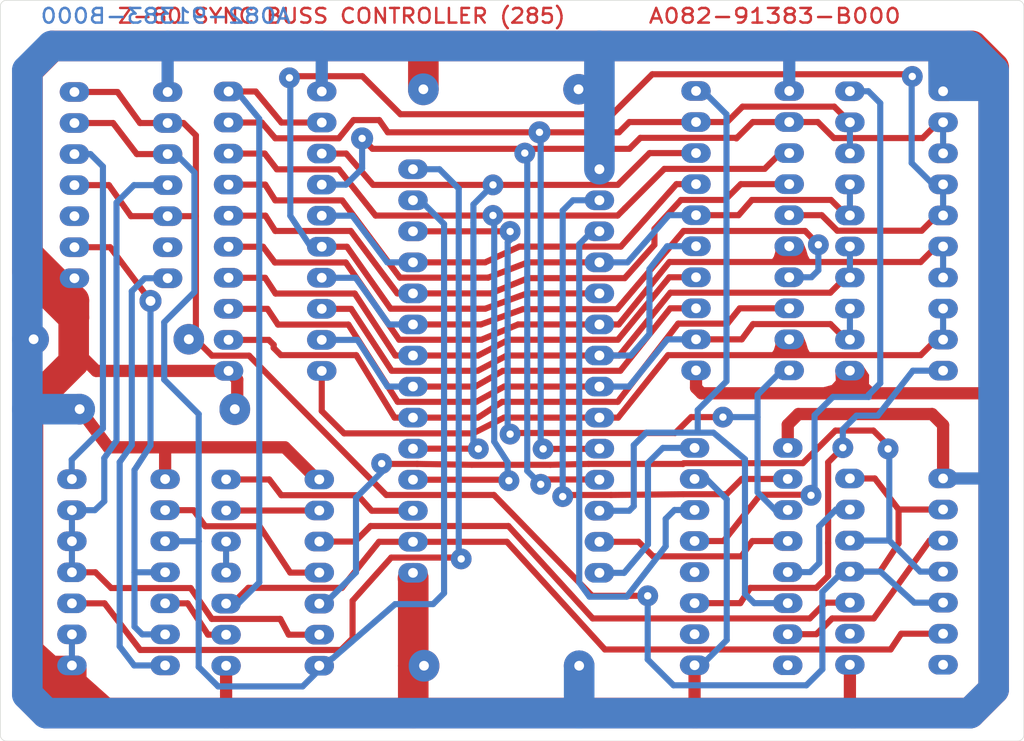
<source format=kicad_pcb>
(kicad_pcb (version 20240108) (generator "pcbnew") (generator_version "8.0")
  (title_block (title "Z-80 SYNC BUSS CONTROLLER COMPONENT LAYOUT") (company "MIDWAY MFG. CO.") (comment 1 "PART NO. A082-91383-8000"))
  (layers (0 "F.Cu" signal) (31 "B.Cu" signal) (34 "B.Paste" user) (35 "F.Paste" user) (36 "B.SilkS" user "B.Silkscreen") (37 "F.SilkS" user "F.Silkscreen") (38 "B.Mask" user) (39 "F.Mask" user) (44 "Edge.Cuts" user))
  (net 0 "")
  (net 1 "/~{RD}")
  (net 2 "/BD5")
  (net 3 "/D3")
  (net 4 "/6M*")
  (net 5 "/BD3")
  (net 6 "/R{slash}~{W}")
  (net 7 "/D2")
  (net 8 "/~{M1}")
  (net 9 "/D6")
  (net 10 "/~{IORQ}")
  (net 11 "/1H")
  (net 12 "/~{WREQ}")
  (net 13 "GND")
  (net 14 "/D5")
  (net 15 "/BD7")
  (net 16 "/2H")
  (net 17 "/~{CS}")
  (net 18 "/BD0")
  (net 19 "/BD4")
  (net 20 "/BD6")
  (net 21 "VCC")
  (net 22 "/CK")
  (net 23 "/BD1")
  (net 24 "/BD2")
  (net 25 "/D0")
  (net 26 "/D1")
  (net 27 "/D7")
  (net 28 "/D4")
  (net 29 "+5P")
  (net 31 "Net-(U0B-O2)")
  (net 32 "Net-(U0A-O2)")
  (net 33 "Net-(U0B-O0)")
  (net 35 "Net-(U0A-O0)")
  (net 37 "Net-(U1-Pad13)")
  (net 38 "/~{WP}")
  (net 39 "Net-(U2A-Q)")
  (net 40 "Net-(U1-Pad3)")
  (net 41 "Net-(U2A-C)")
  (net 42 "/~{RP}")
  (net 43 "Net-(U4B-C)")
  (net 46 "Net-(U4A-~{Q})")
  (net 47 "Net-(U4A-C)")
  (net 48 "Net-(U4B-~{Q})")
  (footprint "PACLIB:C_Axial_L3.8mm_D2.5mm_P12.685mm_Horizontal" (layer "F.Cu") (at 107.06 83.13 180)
    (property "Reference" "C7" (hide yes))
    (property "Value" "0.1uF")
  )
  (footprint "Package_DIP:DIP-28_W15.24mm_LongPads" (layer "F.Cu") (at 93.475 42.51)
    (property "Reference" "J1" (hide yes))
    (property "Value" "Conn_02x12_Counter_Clockwise")
  )
  (footprint "Package_DIP:DIP-14_W7.62mm_LongPads" (layer "F.Cu") (at 65.59 67.865)
    (property "Reference" "U3" (hide yes))
    (property "Value" "LS02")
  )
  (footprint "PACLIB:C_Axial_L3.8mm_D2.5mm_P12.685mm_Horizontal" (layer "F.Cu") (at 66.2225 62.14)
    (property "Reference" "C8" (hide yes))
    (property "Value" "0.1uF")
  )
  (footprint "Package_DIP:DIP-20_W7.62mm_LongPads" (layer "F.Cu") (at 78.395 36.15)
    (property "Reference" "U5" (hide yes))
    (property "Value" "LS244")
  )
  (footprint "Package_DIP:DIP-14_W7.62mm_LongPads" (layer "F.Cu") (at 65.795 36.19)
    (property "Reference" "U4" (hide yes))
    (property "Value" "LS74")
  )
  (footprint "MountingHole:MountingHole_3mm" (layer "F.Cu") (at 113.815 61.59)
    (property "Reference" "H2" (hide yes))
    (property "Value" "MountingHole")
  )
  (footprint "Package_DIP:DIP-20_W7.62mm_LongPads" (layer "F.Cu") (at 129.195 36.13)
    (property "Reference" "U7" (hide yes))
    (property "Value" "LS374")
  )
  (footprint "Package_DIP:DIP-14_W7.62mm_LongPads" (layer "F.Cu") (at 129.195 67.81)
    (property "Reference" "U2" (hide yes))
    (property "Value" "LS74")
  )
  (footprint "Package_DIP:DIP-20_W7.62mm_LongPads" (layer "F.Cu") (at 116.615 36.11)
    (property "Reference" "U6" (hide yes))
    (property "Value" "LS374")
  )
  (footprint "Package_DIP:DIP-16_W7.62mm_LongPads" (layer "F.Cu") (at 116.495 65.31)
    (property "Reference" "U0" (hide yes))
    (property "Value" "LS139")
  )
  (footprint "PACLIB:R_Axial_DIN0207_L6.3mm_D2.5mm_P12.685mm_Horizontal" (layer "F.Cu") (at 62.46 56.42)
    (property "Reference" "R1" (hide yes))
    (property "Value" "1K")
  )
  (footprint "PACLIB:C_Axial_L3.8mm_D2.5mm_P12.685mm_Horizontal" (layer "F.Cu") (at 107.0075 35.97 180)
    (property "Reference" "C6" (hide yes))
    (property "Value" "0.1uF")
  )
  (footprint "Package_DIP:DIP-14_W7.62mm_LongPads" (layer "F.Cu") (at 78.195 67.89)
    (property "Reference" "U1" (hide yes))
    (property "Value" "LS02")
  )
  (footprint "MountingHole:MountingHole_3mm" (layer "F.Cu") (at 88.415 61.59)
    (property "Reference" "H1" (hide yes))
    (property "Value" "MountingHole")
  )
  (gr_poly (pts (xy 122.895 57.58) (xy 123.065 57.33) (xy 123.195 56.92) (xy 123.195 56.75) (xy 123.145 56.54) (xy 125.305 56.22) (xy 125.425 56.51) (xy 125.525 56.76) (xy 125.665 57.24) (xy 125.825 57.53)) (stroke (width 0.2)) (fill solid) (layer "F.Cu") (net 27))
  (gr_poly (pts (xy 127.065 60.44) (xy 127.765 60.25) (xy 128.145 59.83) (xy 128.105 59.09) (xy 130.165 58.59) (xy 130.665 59.36) (xy 130.655 60.12) (xy 131.045 60.47)) (stroke (width 0.2)) (fill solid) (layer "F.Cu") (net 13))
  (gr_poly (pts (xy 122.895 49.95) (xy 123.065 49.7) (xy 123.195 49.29) (xy 123.195 49.12) (xy 123.145 48.91) (xy 125.305 48.59) (xy 125.425 48.88) (xy 125.525 49.13) (xy 125.665 49.61) (xy 125.825 49.9)) (stroke (width 0.2)) (fill solid) (layer "F.Cu") (net 14))
  (gr_poly (pts (xy 68.735 85.91) (xy 66.685 84.08) (xy 66.685 83.11) (xy 65.865 82.41) (xy 64.205 82.41) (xy 63.025 81.34) (xy 63.025 85.82)) (stroke (width 0.2)) (fill solid) (layer "F.Cu") (net 13))
  (gr_poly (pts (xy 137.265 36.83) (xy 140.215 36.83) (xy 139.775 33.26) (xy 135.695 33.3) (xy 135.715 36.11)) (stroke (width 0.2)) (fill solid) (layer "B.Cu") (net 21))
  (gr_arc (start 143.415 88.79) (mid 143.268553 89.143553) (end 142.915 89.29) (stroke (width 0.05)) (layer "Edge.Cuts"))
  (gr_arc (start 60.235 89.29) (mid 59.881447 89.143553) (end 59.735 88.79) (stroke (width 0.05)) (layer "Edge.Cuts"))
  (gr_line (start 59.735 88.79) (end 59.735 29.19) (stroke (width 0.05)) (layer "Edge.Cuts"))
  (gr_arc (start 59.735 29.19) (mid 59.881447 28.836447) (end 60.235 28.69) (stroke (width 0.05)) (layer "Edge.Cuts"))
  (gr_line (start 60.235 28.69) (end 142.915 28.69) (stroke (width 0.05)) (layer "Edge.Cuts"))
  (gr_arc (start 142.915 28.69) (mid 143.268553 28.836447) (end 143.415 29.19) (stroke (width 0.05)) (layer "Edge.Cuts"))
  (gr_line (start 142.915 89.29) (end 60.235 89.29) (stroke (width 0.05)) (layer "Edge.Cuts"))
  (gr_line (start 143.415 29.19) (end 143.415 88.79) (stroke (width 0.05)) (layer "Edge.Cuts"))
  (gr_text "A082-91383-B000" (at 123.055 29.97 0) (layer "F.Cu") (effects (font (size 1.2 1.39) (thickness 0.2) (bold yes))))
  (gr_text "Z-80 SYNC BUSS CONTROLLER (285)" (at 87.635 29.97 0) (layer "F.Cu") (effects (font (size 1.2 1.28) (thickness 0.2) (bold yes))))
  (gr_text "A082-91383-B000" (at 73.255 29.97 0) (layer "B.Cu") (effects (font (size 1.2 1.38) (thickness 0.2) (bold yes)) (justify mirror)))
  (segment (start 121.215 72.93) (end 124.115 72.93) (width 0.5) (layer "F.Cu") (net 1))
  (segment (start 121.215 72.93) (end 120.325 74.18) (width 0.5) (layer "F.Cu") (net 1))
  (segment (start 111.915 72.99) (end 113.105 74.18) (width 0.5) (layer "F.Cu") (net 1))
  (segment (start 113.105 74.18) (end 120.325 74.18) (width 0.5) (layer "F.Cu") (net 1))
  (segment (start 108.715 72.99) (end 111.915 72.99) (width 0.5) (layer "F.Cu") (net 1))
  (segment (start 115.595 47.56) (end 125.535 47.56) (width 0.5) (layer "F.Cu") (net 2))
  (segment (start 110.155 53.96) (end 115.595 47.56) (width 0.5) (layer "F.Cu") (net 2))
  (segment (start 93.475 55.21) (end 99.025 55.21) (width 0.5) (layer "F.Cu") (net 2))
  (segment (start 102.455 53.96) (end 110.155 53.96) (width 0.5) (layer "F.Cu") (net 2))
  (segment (start 125.535 47.56) (end 126.615 48.69) (width 0.5) (layer "F.Cu") (net 2))
  (segment (start 99.025 55.21) (end 102.455 53.96) (width 0.5) (layer "F.Cu") (net 2))
  (via (at 126.615 48.69) (size 1.7) (drill 0.6) (layers "F.Cu" "B.Cu") (net 2))
  (segment (start 126.045 51.35) (end 124.235 51.35) (width 0.5) (layer "B.Cu") (net 2))
  (segment (start 86.015 51.39) (end 88.785 51.39) (width 0.5) (layer "B.Cu") (net 2))
  (segment (start 91.505 55.21) (end 93.475 55.21) (width 0.5) (layer "B.Cu") (net 2))
  (segment (start 88.785 51.39) (end 91.505 55.21) (width 0.5) (layer "B.Cu") (net 2))
  (segment (start 126.615 48.69) (end 126.615 50.78) (width 0.5) (layer "B.Cu") (net 2))
  (segment (start 126.615 50.78) (end 126.045 51.35) (width 0.5) (layer "B.Cu") (net 2))
  (segment (start 88.075 48.85) (end 91.645 53.92) (width 0.5) (layer "F.Cu") (net 3))
  (segment (start 135.065 47.54) (end 136.315 46.29) (width 0.5) (layer "F.Cu") (net 3))
  (segment (start 113.035 34.74) (end 134.115 34.74) (width 0.5) (layer "F.Cu") (net 3))
  (segment (start 109.765 38.01) (end 113.035 34.74) (width 0.5) (layer "F.Cu") (net 3))
  (segment (start 128.165 47.54) (end 135.065 47.54) (width 0.5) (layer "F.Cu") (net 3))
  (segment (start 86.015 48.85) (end 88.075 48.85) (width 0.5) (layer "F.Cu") (net 3))
  (segment (start 124.235 46.27) (end 126.895 46.27) (width 0.5) (layer "F.Cu") (net 3))
  (segment (start 102.795 52.67) (end 108.715 52.67) (width 0.5) (layer "F.Cu") (net 3))
  (segment (start 126.895 46.27) (end 128.165 47.54) (width 0.5) (layer "F.Cu") (net 3))
  (segment (start 134.115 34.74) (end 134.295 34.92) (width 0.5) (layer "F.Cu") (net 3))
  (segment (start 99.385 53.92) (end 102.795 52.67) (width 0.5) (layer "F.Cu") (net 3))
  (segment (start 136.315 46.29) (end 136.815 46.29) (width 0.5) (layer "F.Cu") (net 3))
  (segment (start 83.375 35.03) (end 83.505 34.9) (width 0.5) (layer "F.Cu") (net 3))
  (segment (start 92.445 38.01) (end 109.765 38.01) (width 0.5) (layer "F.Cu") (net 3))
  (segment (start 91.645 53.92) (end 99.385 53.92) (width 0.5) (layer "F.Cu") (net 3))
  (segment (start 89.335 34.9) (end 92.445 38.01) (width 0.5) (layer "F.Cu") (net 3))
  (segment (start 83.505 34.9) (end 89.335 34.9) (width 0.5) (layer "F.Cu") (net 3))
  (via (at 134.295 34.92) (size 1.7) (drill 0.6) (layers "F.Cu" "B.Cu") (net 3))
  (via (at 83.375 35.03) (size 1.7) (drill 0.6) (layers "F.Cu" "B.Cu") (net 3))
  (segment (start 136.815 43.75) (end 136.815 46.29) (width 0.5) (layer "B.Cu") (net 3))
  (segment (start 85.115 48.85) (end 83.445 46.32) (width 0.5) (layer "B.Cu") (net 3))
  (segment (start 83.445 46.32) (end 83.445 35.1) (width 0.5) (layer "B.Cu") (net 3))
  (segment (start 134.245 34.97) (end 134.295 34.92) (width 0.5) (layer "B.Cu") (net 3))
  (segment (start 136.815 43.75) (end 135.995 43.75) (width 0.5) (layer "B.Cu") (net 3))
  (segment (start 135.995 43.75) (end 134.245 42) (width 0.5) (layer "B.Cu") (net 3))
  (segment (start 134.245 42) (end 134.245 34.97) (width 0.5) (layer "B.Cu") (net 3))
  (segment (start 83.445 35.1) (end 83.375 35.03) (width 0.5) (layer "B.Cu") (net 3))
  (segment (start 86.015 48.85) (end 85.115 48.85) (width 0.5) (layer "B.Cu") (net 3))
  (segment (start 65.59 78.025) (end 68.26 78.025) (width 0.5) (layer "F.Cu") (net 4))
  (segment (start 91.695 74.28) (end 97.305 74.28) (width 0.5) (layer "F.Cu") (net 4))
  (segment (start 88.535 80.89) (end 88.535 77.81) (width 0.5) (layer "F.Cu") (net 4))
  (segment (start 97.305 74.28) (end 97.415 74.39) (width 0.5) (layer "F.Cu") (net 4))
  (segment (start 88.535 77.81) (end 91.695 74.28) (width 0.5) (layer "F.Cu") (net 4))
  (segment (start 68.26 78.025) (end 71.175 81.84) (width 0.5) (layer "F.Cu") (net 4))
  (segment (start 71.175 81.84) (end 87.585 81.84) (width 0.5) (layer "F.Cu") (net 4))
  (segment (start 87.585 81.84) (end 88.535 80.89) (width 0.5) (layer "F.Cu") (net 4))
  (via (at 97.415 74.39) (size 1.7) (drill 0.6) (layers "F.Cu" "B.Cu") (net 4))
  (segment (start 97.215 74.19) (end 97.415 74.39) (width 0.5) (layer "B.Cu") (net 4))
  (segment (start 93.475 42.51) (end 95.635 42.51) (width 0.5) (layer "B.Cu") (net 4))
  (segment (start 97.215 44.09) (end 97.215 74.19) (width 0.5) (layer "B.Cu") (net 4))
  (segment (start 95.635 42.51) (end 97.215 44.09) (width 0.5) (layer "B.Cu") (net 4))
  (segment (start 115.385 45.02) (end 113.215 47.39) (width 0.5) (layer "F.Cu") (net 5))
  (segment (start 113.215 48.69) (end 110.785 51.42) (width 0.5) (layer "F.Cu") (net 5))
  (segment (start 113.215 47.39) (end 113.215 48.69) (width 0.5) (layer "F.Cu") (net 5))
  (segment (start 99.835 52.67) (end 93.475 52.67) (width 0.5) (layer "F.Cu") (net 5))
  (segment (start 120.275 43.73) (end 118.985 45.02) (width 0.5) (layer "F.Cu") (net 5))
  (segment (start 88.385 47.56) (end 82.215 47.56) (width 0.5) (layer "F.Cu") (net 5))
  (segment (start 93.475 52.67) (end 92.195 52.67) (width 0.5) (layer "F.Cu") (net 5))
  (segment (start 82.215 47.56) (end 81.415 46.31) (width 0.5) (layer "F.Cu") (net 5))
  (segment (start 110.785 51.42) (end 102.885 51.42) (width 0.5) (layer "F.Cu") (net 5))
  (segment (start 102.885 51.42) (end 99.835 52.67) (width 0.5) (layer "F.Cu") (net 5))
  (segment (start 92.195 52.67) (end 88.385 47.56) (width 0.5) (layer "F.Cu") (net 5))
  (segment (start 81.415 46.31) (end 78.395 46.31) (width 0.5) (layer "F.Cu") (net 5))
  (segment (start 124.235 43.73) (end 120.275 43.73) (width 0.5) (layer "F.Cu") (net 5))
  (segment (start 118.985 45.02) (end 115.385 45.02) (width 0.5) (layer "F.Cu") (net 5))
  (segment (start 78.195 78.05) (end 78.715 78.05) (width 0.5) (layer "F.Cu") (net 6))
  (segment (start 132.525 81.8) (end 133.385 80.51) (width 0.5) (layer "F.Cu") (net 6))
  (segment (start 101.155 72.99) (end 109.165 81.8) (width 0.5) (layer "F.Cu") (net 6))
  (segment (start 78.715 78.05) (end 80.005 76.76) (width 0.5) (layer "F.Cu") (net 6))
  (segment (start 80.615 36.15) (end 82.715 38.69) (width 0.5) (layer "F.Cu") (net 6))
  (segment (start 80.005 76.76) (end 87.665 76.76) (width 0.5) (layer "F.Cu") (net 6))
  (segment (start 93.475 72.99) (end 101.155 72.99) (width 0.5) (layer "F.Cu") (net 6))
  (segment (start 109.165 81.8) (end 132.525 81.8) (width 0.5) (layer "F.Cu") (net 6))
  (segment (start 90.695 72.99) (end 93.475 72.99) (width 0.5) (layer "F.Cu") (net 6))
  (segment (start 82.715 38.69) (end 86.015 38.69) (width 0.5) (layer "F.Cu") (net 6))
  (segment (start 78.395 36.15) (end 80.615 36.15) (width 0.5) (layer "F.Cu") (net 6))
  (segment (start 87.665 76.76) (end 90.695 72.99) (width 0.5) (layer "F.Cu") (net 6))
  (segment (start 133.385 80.51) (end 136.815 80.51) (width 0.5) (layer "F.Cu") (net 6))
  (segment (start 78.395 36.15) (end 79.085 36.15) (width 0.5) (layer "B.Cu") (net 6))
  (segment (start 79.085 36.15) (end 80.905 38.39) (width 0.5) (layer "B.Cu") (net 6))
  (segment (start 80.905 76.32) (end 79.175 78.05) (width 0.5) (layer "B.Cu") (net 6))
  (segment (start 79.175 78.05) (end 78.195 78.05) (width 0.5) (layer "B.Cu") (net 6))
  (segment (start 80.905 38.39) (end 80.905 76.32) (width 0.5) (layer "B.Cu") (net 6))
  (segment (start 81.575 53.93) (end 82.435 55.22) (width 0.5) (layer "F.Cu") (net 7))
  (segment (start 78.395 53.93) (end 81.575 53.93) (width 0.5) (layer "F.Cu") (net 7))
  (segment (start 127.605 55.18) (end 128.875 56.45) (width 0.5) (layer "F.Cu") (net 7))
  (segment (start 120.355 56.43) (end 121.275 55.18) (width 0.5) (layer "F.Cu") (net 7))
  (segment (start 100.925 60.29) (end 108.715 60.29) (width 0.5) (layer "F.Cu") (net 7))
  (segment (start 121.275 55.18) (end 127.605 55.18) (width 0.5) (layer "F.Cu") (net 7))
  (segment (start 92.225 61.54) (end 98.655 61.54) (width 0.5) (layer "F.Cu") (net 7))
  (segment (start 82.435 55.22) (end 88.195 55.22) (width 0.5) (layer "F.Cu") (net 7))
  (segment (start 128.875 56.45) (end 129.195 56.45) (width 0.5) (layer "F.Cu") (net 7))
  (segment (start 88.195 55.22) (end 92.225 61.54) (width 0.5) (layer "F.Cu") (net 7))
  (segment (start 116.615 56.43) (end 120.355 56.43) (width 0.5) (layer "F.Cu") (net 7))
  (segment (start 98.655 61.54) (end 100.925 60.29) (width 0.5) (layer "F.Cu") (net 7))
  (segment (start 111.135 60.29) (end 108.715 60.29) (width 0.5) (layer "B.Cu") (net 7))
  (segment (start 114.275 56.43) (end 111.135 60.29) (width 0.5) (layer "B.Cu") (net 7))
  (segment (start 129.195 53.91) (end 129.195 56.45) (width 0.5) (layer "B.Cu") (net 7))
  (segment (start 116.615 56.43) (end 114.275 56.43) (width 0.5) (layer "B.Cu") (net 7))
  (segment (start 107.065 76.33) (end 107.065 48.65) (width 0.5) (layer "B.Cu") (net 8))
  (segment (start 114.135 73.36) (end 110.955 77.48) (width 0.5) (layer "B.Cu") (net 8))
  (segment (start 107.905 77.48) (end 107.065 76.33) (width 0.5) (layer "B.Cu") (net 8))
  (segment (start 110.955 77.48) (end 107.905 77.48) (width 0.5) (layer "B.Cu") (net 8))
  (segment (start 114.135 71.11) (end 114.135 73.36) (width 0.5) (layer "B.Cu") (net 8))
  (segment (start 114.855 70.39) (end 114.135 71.11) (width 0.5) (layer "B.Cu") (net 8))
  (segment (start 107.065 48.65) (end 108.125 47.59) (width 0.5) (layer "B.Cu") (net 8))
  (segment (start 108.125 47.59) (end 108.715 47.59) (width 0.5) (layer "B.Cu") (net 8))
  (segment (start 116.495 70.39) (end 114.855 70.39) (width 0.5) (layer "B.Cu") (net 8))
  (segment (start 127.595 52.61) (end 114.515 52.61) (width 0.5) (layer "F.Cu") (net 9))
  (segment (start 114.515 52.61) (end 110.345 57.75) (width 0.5) (layer "F.Cu") (net 9))
  (segment (start 110.345 57.75) (end 108.715 57.75) (width 0.5) (layer "F.Cu") (net 9))
  (segment (start 129.195 51.37) (end 128.835 51.37) (width 0.5) (layer "F.Cu") (net 9))
  (segment (start 128.835 51.37) (end 127.595 52.61) (width 0.5) (layer "F.Cu") (net 9))
  (segment (start 91.735 59) (end 98.765 59) (width 0.5) (layer "F.Cu") (net 9))
  (segment (start 98.765 59) (end 101.145 57.75) (width 0.5) (layer "F.Cu") (net 9))
  (segment (start 86.015 53.93) (end 88.415 53.93) (width 0.5) (layer "F.Cu") (net 9))
  (segment (start 101.145 57.75) (end 108.715 57.75) (width 0.5) (layer "F.Cu") (net 9))
  (segment (start 88.415 53.93) (end 91.735 59) (width 0.5) (layer "F.Cu") (net 9))
  (segment (start 112.805 55.99) (end 111.275 57.75) (width 0.5) (layer "B.Cu") (net 9))
  (segment (start 129.195 48.83) (end 129.195 51.37) (width 0.5) (layer "B.Cu") (net 9))
  (segment (start 116.615 48.81) (end 114.255 48.81) (width 0.5) (layer "B.Cu") (net 9))
  (segment (start 114.255 48.81) (end 112.805 50.68) (width 0.5) (layer "B.Cu") (net 9))
  (segment (start 112.805 50.68) (end 112.805 55.99) (width 0.5) (layer "B.Cu") (net 9))
  (segment (start 111.275 57.75) (end 108.715 57.75) (width 0.5) (layer "B.Cu") (net 9))
  (segment (start 116.495 65.31) (end 113.905 65.31) (width 0.5) (layer "B.Cu") (net 10))
  (segment (start 112.685 73.21) (end 110.735 75.53) (width 0.5) (layer "B.Cu") (net 10))
  (segment (start 110.735 75.53) (end 108.715 75.53) (width 0.5) (layer "B.Cu") (net 10))
  (segment (start 112.685 66.53) (end 112.685 73.21) (width 0.5) (layer "B.Cu") (net 10))
  (segment (start 113.905 65.31) (end 112.685 66.53) (width 0.5) (layer "B.Cu") (net 10))
  (segment (start 70.895 41.27) (end 73.415 41.27) (width 0.5) (layer "F.Cu") (net 11))
  (segment (start 65.795 38.73) (end 68.955 38.73) (width 0.5) (layer "F.Cu") (net 11))
  (segment (start 68.955 38.73) (end 70.895 41.27) (width 0.5) (layer "F.Cu") (net 11))
  (segment (start 95.115 78.09) (end 92.015 78.09) (width 0.5) (layer "B.Cu") (net 11))
  (segment (start 93.475 45.05) (end 94.075 45.05) (width 0.5) (layer "B.Cu") (net 11))
  (segment (start 86.915 82.515) (end 85.815 83.13) (width 0.5) (layer "B.Cu") (net 11))
  (segment (start 77.545 84.82) (end 75.955 83.23) (width 0.5) (layer "B.Cu") (net 11))
  (segment (start 73.135 55.03) (end 75.605 52.56) (width 0.5) (layer "B.Cu") (net 11))
  (segment (start 85.815 83.46) (end 84.455 84.82) (width 0.5) (layer "B.Cu") (net 11))
  (segment (start 75.955 83.23) (end 75.955 72.95) (width 0.5) (layer "B.Cu") (net 11))
  (segment (start 96.015 46.99) (end 96.015 77.19) (width 0.5) (layer "B.Cu") (net 11))
  (segment (start 75.605 52.56) (end 75.605 42.78) (width 0.5) (layer "B.Cu") (net 11))
  (segment (start 73.135 59.72) (end 73.135 55.03) (width 0.5) (layer "B.Cu") (net 11))
  (segment (start 73.21 72.945) (end 75.95 72.945) (width 0.5) (layer "B.Cu") (net 11))
  (segment (start 96.015 77.19) (end 95.115 78.09) (width 0.5) (layer "B.Cu") (net 11))
  (segment (start 75.605 42.78) (end 74.095 41.27) (width 0.5) (layer "B.Cu") (net 11))
  (segment (start 85.815 83.13) (end 85.815 83.46) (width 0.5) (layer "B.Cu") (net 11))
  (segment (start 75.955 62.54) (end 73.135 59.72) (width 0.5) (layer "B.Cu") (net 11))
  (segment (start 92.015 78.09) (end 86.915 82.515) (width 0.5) (layer "B.Cu") (net 11))
  (segment (start 84.455 84.82) (end 77.545 84.82) (width 0.5) (layer "B.Cu") (net 11))
  (segment (start 74.095 41.27) (end 73.415 41.27) (width 0.5) (layer "B.Cu") (net 11))
  (segment (start 75.95 72.945) (end 75.955 72.95) (width 0.5) (layer "B.Cu") (net 11))
  (segment (start 75.955 72.95) (end 75.955 62.54) (width 0.5) (layer "B.Cu") (net 11))
  (segment (start 94.075 45.05) (end 96.015 46.99) (width 0.5) (layer "B.Cu") (net 11))
  (segment (start 124.115 78.01) (end 121.375 78.01) (width 0.5) (layer "B.Cu") (net 12))
  (segment (start 118.035 64.06) (end 116.755 64.06) (width 0.5) (layer "B.Cu") (net 12))
  (segment (start 117.195 36.11) (end 119.105 38.02) (width 0.5) (layer "B.Cu") (net 12))
  (segment (start 120.615 66.23) (end 118.035 64.06) (width 0.5) (layer "B.Cu") (net 12))
  (segment (start 120.615 77.25) (end 120.615 66.23) (width 0.5) (layer "B.Cu") (net 12))
  (segment (start 111.155 70.45) (end 108.715 70.45) (width 0.5) (layer "B.Cu") (net 12))
  (segment (start 119.105 38.02) (end 119.105 59.86) (width 0.5) (layer "B.Cu") (net 12))
  (segment (start 116.615 36.11) (end 117.195 36.11) (width 0.5) (layer "B.Cu") (net 12))
  (segment (start 111.525 65.08) (end 111.525 70.08) (width 0.5) (layer "B.Cu") (net 12))
  (segment (start 111.525 70.08) (end 111.155 70.45) (width 0.5) (layer "B.Cu") (net 12))
  (segment (start 116.755 62.21) (end 116.755 64.06) (width 0.5) (layer "B.Cu") (net 12))
  (segment (start 119.105 59.86) (end 116.755 62.21) (width 0.5) (layer "B.Cu") (net 12))
  (segment (start 112.545 64.06) (end 111.525 65.08) (width 0.5) (layer "B.Cu") (net 12))
  (segment (start 121.375 78.01) (end 120.615 77.25) (width 0.5) (layer "B.Cu") (net 12))
  (segment (start 116.755 64.06) (end 112.545 64.06) (width 0.5) (layer "B.Cu") (net 12))
  (segment (start 61.995 85.51) (end 63.485 87) (width 2.5) (layer "F.Cu") (net 13))
  (segment (start 140.945 60.88) (end 140.945 34.18) (width 2.5) (layer "F.Cu") (net 13))
  (segment (start 65.735 54.66) (end 65.735 58.29) (width 2.5) (layer "F.Cu") (net 13))
  (segment (start 139.025 87) (end 140.945 85.08) (width 2.5) (layer "F.Cu") (net 13))
  (segment (start 78.395 59.01) (end 67.575 59.01) (width 1) (layer "F.Cu") (net 13))
  (segment (start 94.375 83.13) (end 93.505 83.13) (width 2.5) (layer "F.Cu") (net 13))
  (segment (start 78.195 87) (end 93.495 87) (width 2.5) (layer "F.Cu") (net 13))
  (segment (start 117.065 60.84) (end 140.905 60.84) (width 1) (layer "F.Cu") (net 13))
  (segment (start 67.575 59.01) (end 65.735 57.17) (width 1) (layer "F.Cu") (net 13))
  (segment (start 61.955 50.88) (end 65.735 54.66) (width 2.5) (layer "F.Cu") (net 13))
  (segment (start 94.3225 35.97) (end 94.3225 32.527471) (width 2.5) (layer "F.Cu") (net 13))
  (segment (start 139.192101 32.427101) (end 63.967899 32.427101) (width 2.5) (layer "F.Cu") (net 13))
  (segment (start 140.945 85.08) (end 140.945 60.88) (width 2.5) (layer "F.Cu") (net 13))
  (segment (start 79.105 59.72) (end 79.105 61.9425) (width 1) (layer "F.Cu") (net 13))
  (segment (start 63.967899 32.427101) (end 61.955 34.44) (width 2.5) (layer "F.Cu") (net 13))
  (segment (start 129.195 86.74) (end 129.455 87) (width 1) (layer "F.Cu") (net 13))
  (segment (start 129.455 87) (end 139.025 87) (width 2.5) (layer "F.Cu") (net 13))
  (segment (start 79.105 61.9425) (end 78.9075 62.14) (width 1) (layer "F.Cu") (net 13))
  (segment (start 116.615 58.97) (end 116.615 60.39) (width 1) (layer "F.Cu") (net 13))
  (segment (start 65.75 54.645) (end 65.735 54.66) (width 2.5) (layer "F.Cu") (net 13))
  (segment (start 116.535 87) (end 129.455 87) (width 2.5) (layer "F.Cu") (net 13))
  (segment (start 140.905 60.84) (end 140.945 60.88) (width 1) (layer "F.Cu") (net 13))
  (segment (start 116.495 83.09) (end 116.495 86.96) (width 1) (layer "F.Cu") (net 13))
  (segment (start 116.615 60.39) (end 117.065 60.84) (width 1) (layer "F.Cu") (net 13))
  (segment (start 78.195 83.13) (end 78.195 87) (width 1) (layer "F.Cu") (net 13))
  (segment (start 129.195 83.05) (end 129.195 86.74) (width 1) (layer "F.Cu") (net 13))
  (segment (start 61.995 62.03) (end 61.995 85.51) (width 2.5) (layer "F.Cu") (net 13))
  (segment (start 93.495 87) (end 116.535 87) (width 2.5) (layer "F.Cu") (net 13))
  (segment (start 63.485 87) (end 78.195 87) (width 2.5) (layer "F.Cu") (net 13))
  (segment (start 140.945 34.18) (end 139.192101 32.427101) (width 2.5) (layer "F.Cu") (net 13))
  (segment (start 93.495 83.14) (end 93.495 75.98) (width 2.5) (layer "F.Cu") (net 13))
  (segment (start 116.495 86.96) (end 116.535 87) (width 1) (layer "F.Cu") (net 13))
  (segment (start 65.735 58.29) (end 61.995 62.03) (width 2.5) (layer "F.Cu") (net 13))
  (segment (start 93.495 87) (end 93.495 83.14) (width 2.5) (layer "F.Cu") (net 13))
  (segment (start 62.22 49.715) (end 65.75 53.245) (width 2.5) (layer "F.Cu") (net 13))
  (segment (start 78.395 59.01) (end 79.105 59.72) (width 1) (layer "F.Cu") (net 13))
  (segment (start 93.505 83.13) (end 93.495 83.14) (width 2.5) (layer "F.Cu") (net 13))
  (segment (start 93.495 75.98) (end 93.475 75.98) (width 2.5) (layer "F.Cu") (net 13))
  (segment (start 61.955 34.44) (end 61.955 50.88) (width 2.5) (layer "F.Cu") (net 13))
  (segment (start 65.75 53.245) (end 65.75 54.645) (width 2.5) (layer "F.Cu") (net 13))
  (segment (start 116.495 67.85) (end 117.465 67.85) (width 0.5) (layer "B.Cu") (net 13))
  (segment (start 65.59 80.565) (end 65.59 83.105) (width 0.5) (layer "B.Cu") (net 13))
  (segment (start 119.125 69.51) (end 119.125 81.03) (width 0.5) (layer "B.Cu") (net 13))
  (segment (start 119.125 81.03) (end 117.065 83.09) (width 0.5) (layer "B.Cu") (net 13))
  (segment (start 117.465 67.85) (end 119.125 69.51) (width 0.5) (layer "B.Cu") (net 13))
  (segment (start 117.065 83.09) (end 116.495 83.09) (width 0.5) (layer "B.Cu") (net 13))
  (segment (start 110.295 55.21) (end 114.435 50.1) (width 0.5) (layer "F.Cu") (net 14))
  (segment (start 82.185 50.14) (end 87.983035 50.14) (width 0.5) (layer "F.Cu") (net 14))
  (segment (start 108.715 55.21) (end 110.295 55.21) (width 0.5) (layer "F.Cu") (net 14))
  (segment (start 102.065 55.21) (end 108.715 55.21) (width 0.5) (layer "F.Cu") (net 14))
  (segment (start 99.065 56.46) (end 102.065 55.21) (width 0.5) (layer "F.Cu") (net 14))
  (segment (start 114.435 50.1) (end 134.985 50.1) (width 0.5) (layer "F.Cu") (net 14))
  (segment (start 78.395 48.85) (end 81.215 48.85) (width 0.5) (layer "F.Cu") (net 14))
  (segment (start 87.983035 50.14) (end 92.345 56.46) (width 0.5) (layer "F.Cu") (net 14))
  (segment (start 92.345 56.46) (end 99.065 56.46) (width 0.5) (layer "F.Cu") (net 14))
  (segment (start 134.985 50.1) (end 136.255 48.83) (width 0.5) (layer "F.Cu") (net 14))
  (segment (start 81.215 48.85) (end 82.185 50.14) (width 0.5) (layer "F.Cu") (net 14))
  (segment (start 136.255 48.83) (end 136.815 48.83) (width 0.5) (layer "F.Cu") (net 14))
  (segment (start 136.815 48.83) (end 136.815 51.37) (width 0.5) (layer "B.Cu") (net 14))
  (segment (start 93.475 62.83) (end 98.795 62.83) (width 0.5) (layer "F.Cu") (net 15))
  (segment (start 119.185 55.14) (end 120.185 53.89) (width 0.5) (layer "F.Cu") (net 15))
  (segment (start 82.675 57.72) (end 88.835 57.72) (width 0.5) (layer "F.Cu") (net 15))
  (segment (start 100.765 61.54) (end 110.215 61.54) (width 0.5) (layer "F.Cu") (net 15))
  (segment (start 81.685 56.47) (end 82.085 56.87) (width 0.5) (layer "F.Cu") (net 15))
  (segment (start 91.965 62.83) (end 93.475 62.83) (width 0.5) (layer "F.Cu") (net 15))
  (segment (start 110.215 61.54) (end 115.155 55.14) (width 0.5) (layer "F.Cu") (net 15))
  (segment (start 115.155 55.14) (end 119.185 55.14) (width 0.5) (layer "F.Cu") (net 15))
  (segment (start 98.795 62.83) (end 100.765 61.54) (width 0.5) (layer "F.Cu") (net 15))
  (segment (start 88.835 57.72) (end 91.965 62.83) (width 0.5) (layer "F.Cu") (net 15))
  (segment (start 82.085 57.13) (end 82.675 57.72) (width 0.5) (layer "F.Cu") (net 15))
  (segment (start 78.395 56.47) (end 81.685 56.47) (width 0.5) (layer "F.Cu") (net 15))
  (segment (start 120.185 53.89) (end 124.235 53.89) (width 0.5) (layer "F.Cu") (net 15))
  (segment (start 82.085 56.87) (end 82.085 57.13) (width 0.5) (layer "F.Cu") (net 15))
  (segment (start 101.505 64.09) (end 114.915 64.09) (width 0.5) (layer "F.Cu") (net 16))
  (segment (start 116.215 62.79) (end 118.815 62.79) (width 0.5) (layer "F.Cu") (net 16))
  (segment (start 114.915 64.09) (end 116.215 62.79) (width 0.5) (layer "F.Cu") (net 16))
  (segment (start 101.415 47.603014) (end 101.401986 47.59) (width 0.5) (layer "F.Cu") (net 16))
  (segment (start 101.401986 47.59) (end 93.475 47.59) (width 0.5) (layer "F.Cu") (net 16))
  (segment (start 101.415 64.18) (end 101.505 64.09) (width 0.5) (layer "F.Cu") (net 16))
  (via (at 118.815 62.79) (size 1.7) (drill 0.6) (layers "F.Cu" "B.Cu") (net 16))
  (via (at 101.415 64.18) (size 1.7) (drill 0.6) (layers "F.Cu" "B.Cu") (net 16))
  (via (at 101.415 47.603014) (size 1.7) (drill 0.6) (layers "F.Cu" "B.Cu") (net 16))
  (segment (start 121.645 62.79) (end 121.645 68.94) (width 0.5) (layer "B.Cu") (net 16))
  (segment (start 101.215 48.49) (end 101.215 63.98) (width 0.5) (layer "B.Cu") (net 16))
  (segment (start 101.215 63.98) (end 101.415 64.18) (width 0.5) (layer "B.Cu") (net 16))
  (segment (start 118.815 62.79) (end 121.645 62.79) (width 0.5) (layer "B.Cu") (net 16))
  (segment (start 123.635 58.97) (end 121.645 60.96) (width 0.5) (layer "B.Cu") (net 16))
  (segment (start 101.415 48.29) (end 101.215 48.49) (width 0.5) (layer "B.Cu") (net 16))
  (segment (start 121.645 68.94) (end 123.095 70.39) (width 0.5) (layer "B.Cu") (net 16))
  (segment (start 123.095 70.39) (end 124.115 70.39) (width 0.5) (layer "B.Cu") (net 16))
  (segment (start 121.645 60.96) (end 121.645 62.79) (width 0.5) (layer "B.Cu") (net 16))
  (segment (start 124.235 58.97) (end 123.635 58.97) (width 0.5) (layer "B.Cu") (net 16))
  (segment (start 101.415 47.603014) (end 101.415 48.29) (width 0.5) (layer "B.Cu") (net 16))
  (segment (start 124.115 67.85) (end 120.355 67.85) (width 0.5) (layer "F.Cu") (net 17))
  (segment (start 105.845 69.16) (end 109.665 69.16) (width 0.5) (layer "F.Cu") (net 17))
  (segment (start 109.665 69.16) (end 115.577233 69.1) (width 0.5) (layer "F.Cu") (net 17))
  (segment (start 105.715 69.29) (end 105.845 69.16) (width 0.5) (layer "F.Cu") (net 17))
  (segment (start 119.105 69.1) (end 115.577233 69.1) (width 0.5) (layer "F.Cu") (net 17))
  (segment (start 120.355 67.85) (end 119.105 69.1) (width 0.5) (layer "F.Cu") (net 17))
  (via (at 105.715 69.29) (size 1.7) (drill 0.6) (layers "F.Cu" "B.Cu") (net 17))
  (segment (start 106.555 45.05) (end 105.715 45.89) (width 0.5) (layer "B.Cu") (net 17))
  (segment (start 108.715 45.05) (end 106.555 45.05) (width 0.5) (layer "B.Cu") (net 17))
  (segment (start 105.715 45.89) (end 105.715 69.29) (width 0.5) (layer "B.Cu") (net 17))
  (segment (start 98.795 65.37) (end 98.815 65.39) (width 0.5) (layer "F.Cu") (net 18))
  (segment (start 110.215 43.79) (end 112.815 41.19) (width 0.5) (layer "F.Cu") (net 18))
  (segment (start 86.015 41.23) (end 88.015 41.23) (width 0.5) (layer "F.Cu") (net 18))
  (segment (start 88.015 41.23) (end 90.215 43.79) (width 0.5) (layer "F.Cu") (net 18))
  (segment (start 112.815 41.19) (end 116.615 41.19) (width 0.5) (layer "F.Cu") (net 18))
  (segment (start 90.215 43.79) (end 100.015 43.79) (width 0.5) (layer "F.Cu") (net 18))
  (segment (start 100.015 43.79) (end 110.215 43.79) (width 0.5) (layer "F.Cu") (net 18))
  (segment (start 93.475 65.37) (end 98.795 65.37) (width 0.5) (layer "F.Cu") (net 18))
  (via (at 98.815 65.39) (size 1.7) (drill 0.6) (layers "F.Cu" "B.Cu") (net 18))
  (via (at 100.015 43.79) (size 1.7) (drill 0.6) (layers "F.Cu" "B.Cu") (net 18))
  (segment (start 98.415 45.39) (end 98.415 46.89) (width 0.5) (layer "B.Cu") (net 18))
  (segment (start 98.415 64.99) (end 98.815 65.39) (width 0.5) (layer "B.Cu") (net 18))
  (segment (start 98.415 46.89) (end 98.415 64.99) (width 0.5) (layer "B.Cu") (net 18))
  (segment (start 100.015 43.79) (end 98.415 45.39) (width 0.5) (layer "B.Cu") (net 18))
  (segment (start 99.375 50.13) (end 102.165 48.84) (width 0.5) (layer "F.Cu") (net 19))
  (segment (start 115.015 43.73) (end 116.615 43.73) (width 0.5) (layer "F.Cu") (net 19))
  (segment (start 102.165 48.84) (end 110.465 48.84) (width 0.5) (layer "F.Cu") (net 19))
  (segment (start 93.475 50.13) (end 99.375 50.13) (width 0.5) (layer "F.Cu") (net 19))
  (segment (start 110.465 48.84) (end 115.015 43.73) (width 0.5) (layer "F.Cu") (net 19))
  (segment (start 86.015 46.31) (end 88.515 46.31) (width 0.5) (layer "B.Cu") (net 19))
  (segment (start 88.515 46.31) (end 91.375 50.13) (width 0.5) (layer "B.Cu") (net 19))
  (segment (start 91.375 50.13) (end 93.475 50.13) (width 0.5) (layer "B.Cu") (net 19))
  (segment (start 98.805 57.75) (end 101.285 56.46) (width 0.5) (layer "F.Cu") (net 20))
  (segment (start 81.385 51.39) (end 82.235 52.68) (width 0.5) (layer "F.Cu") (net 20))
  (segment (start 82.235 52.68) (end 88.715 52.68) (width 0.5) (layer "F.Cu") (net 20))
  (segment (start 88.715 52.68) (end 92.035 57.75) (width 0.5) (layer "F.Cu") (net 20))
  (segment (start 78.395 51.39) (end 81.385 51.39) (width 0.5) (layer "F.Cu") (net 20))
  (segment (start 101.285 56.46) (end 110.225 56.46) (width 0.5) (layer "F.Cu") (net 20))
  (segment (start 110.225 56.46) (end 114.425 51.35) (width 0.5) (layer "F.Cu") (net 20))
  (segment (start 93.475 57.75) (end 98.805 57.75) (width 0.5) (layer "F.Cu") (net 20))
  (segment (start 114.425 51.35) (end 116.615 51.35) (width 0.5) (layer "F.Cu") (net 20))
  (segment (start 92.035 57.75) (end 93.475 57.75) (width 0.5) (layer "F.Cu") (net 20))
  (segment (start 73.205 65.26) (end 68.565 65.26) (width 1) (layer "F.Cu") (net 21))
  (segment (start 73.21 65.265) (end 73.205 65.26) (width 1) (layer "F.Cu") (net 21))
  (segment (start 85.625 67.89) (end 82.995 65.26) (width 1) (layer "F.Cu") (net 21))
  (segment (start 124.985 62.54) (end 135.915 62.54) (width 1) (layer "F.Cu") (net 21))
  (segment (start 85.815 67.89) (end 85.625 67.89) (width 1) (layer "F.Cu") (net 21))
  (segment (start 68.565 65.26) (end 66.2225 62.14) (width 1) (layer "F.Cu") (net 21))
  (segment (start 136.815 63.44) (end 136.815 67.81) (width 1) (layer "F.Cu") (net 21))
  (segment (start 82.995 65.26) (end 73.205 65.26) (width 1) (layer "F.Cu") (net 21))
  (segment (start 124.115 63.41) (end 124.985 62.54) (width 1) (layer "F.Cu") (net 21))
  (segment (start 73.21 67.865) (end 73.21 65.265) (width 1) (layer "F.Cu") (net 21))
  (segment (start 124.115 65.31) (end 124.115 63.41) (width 1) (layer "F.Cu") (net 21))
  (segment (start 135.915 62.54) (end 136.815 63.44) (width 1) (layer "F.Cu") (net 21))
  (segment (start 124.235 36.11) (end 124.235 32.43) (width 1) (layer "B.Cu") (net 21))
  (segment (start 140.945 67.81) (end 140.945 34.46) (width 2.5) (layer "B.Cu") (net 21))
  (segment (start 61.945 62.14) (end 61.945 85.48) (width 2.5) (layer "B.Cu") (net 21))
  (segment (start 86.015 32.43) (end 73.415 32.43) (width 2.5) (layer "B.Cu") (net 21))
  (segment (start 61.945 85.48) (end 63.475 87.01) (width 2.5) (layer "B.Cu") (net 21))
  (segment (start 124.235 32.43) (end 108.715 32.43) (width 2.5) (layer "B.Cu") (net 21))
  (segment (start 107.055 87.01) (end 139.005 87.01) (width 2.5) (layer "B.Cu") (net 21))
  (segment (start 61.945 56.42) (end 61.945 62.14) (width 2.5) (layer "B.Cu") (net 21))
  (segment (start 108.715 32.43) (end 86.015 32.43) (width 2.5) (layer "B.Cu") (net 21))
  (segment (start 63.475 87.01) (end 107.055 87.01) (width 2.5) (layer "B.Cu") (net 21))
  (segment (start 61.945 56.42) (end 61.945 34.42) (width 2.5) (layer "B.Cu") (net 21))
  (segment (start 63.935 32.43) (end 73.415 32.43) (width 2.5) (layer "B.Cu") (net 21))
  (segment (start 136.815 67.81) (end 140.945 67.81) (width 1) (layer "B.Cu") (net 21))
  (segment (start 140.945 85.07) (end 140.945 67.81) (width 2.5) (layer "B.Cu") (net 21))
  (segment (start 107.06 83.13) (end 107.06 87.005) (width 2.5) (layer "B.Cu") (net 21))
  (segment (start 66.2225 62.14) (end 61.945 62.14) (width 2.5) (layer "B.Cu") (net 21))
  (segment (start 73.415 36.19) (end 73.415 32.43) (width 1) (layer "B.Cu") (net 21))
  (segment (start 139.005 87.01) (end 140.945 85.07) (width 2.5) (layer "B.Cu") (net 21))
  (segment (start 86.015 36.15) (end 86.015 32.43) (width 1) (layer "B.Cu") (net 21))
  (segment (start 62.46 56.42) (end 61.945 56.42) (width 1) (layer "B.Cu") (net 21))
  (segment (start 108.715 42.51) (end 108.715 32.43) (width 2.5) (layer "B.Cu") (net 21))
  (segment (start 140.945 34.46) (end 138.915 32.43) (width 2.5) (layer "B.Cu") (net 21))
  (segment (start 107.06 87.005) (end 107.055 87.01) (width 2.5) (layer "B.Cu") (net 21))
  (segment (start 61.945 34.42) (end 63.935 32.43) (width 2.5) (layer "B.Cu") (net 21))
  (segment (start 138.915 32.43) (end 124.235 32.43) (width 2.5) (layer "B.Cu") (net 21))
  (segment (start 82.705 69.18) (end 88.965 69.18) (width 0.5) (layer "F.Cu") (net 22))
  (segment (start 90.105 70.45) (end 93.475 70.45) (width 0.5) (layer "F.Cu") (net 22))
  (segment (start 88.965 69.18) (end 90.105 70.45) (width 0.5) (layer "F.Cu") (net 22))
  (segment (start 81.725 67.89) (end 82.705 69.18) (width 0.5) (layer "F.Cu") (net 22))
  (segment (start 78.195 67.89) (end 81.725 67.89) (width 0.5) (layer "F.Cu") (net 22))
  (segment (start 93.475 67.91) (end 101.235 67.91) (width 0.5) (layer "F.Cu") (net 23))
  (segment (start 90.415 46.3) (end 87.415 42.52) (width 0.5) (layer "F.Cu") (net 23))
  (segment (start 123.515 41.19) (end 122.615 42.09) (width 0.5) (layer "F.Cu") (net 23))
  (segment (start 122.225 42.48) (end 114.025 42.48) (width 0.5) (layer "F.Cu") (net 23))
  (segment (start 81.355 41.23) (end 78.395 41.23) (width 0.5) (layer "F.Cu") (net 23))
  (segment (start 122.615 42.09) (end 122.225 42.48) (width 0.5) (layer "F.Cu") (net 23))
  (segment (start 100.015 46.29) (end 100.005 46.3) (width 0.5) (layer "F.Cu") (net 23))
  (segment (start 114.025 42.48) (end 110.815 45.69) (width 0.5) (layer "F.Cu") (net 23))
  (segment (start 100.025 46.3) (end 100.015 46.29) (width 0.5) (layer "F.Cu") (net 23))
  (segment (start 82.345 42.52) (end 81.355 41.23) (width 0.5) (layer "F.Cu") (net 23))
  (segment (start 110.205 46.3) (end 100.025 46.3) (width 0.5) (layer "F.Cu") (net 23))
  (segment (start 110.815 45.69) (end 110.205 46.3) (width 0.5) (layer "F.Cu") (net 23))
  (segment (start 124.235 41.19) (end 123.515 41.19) (width 0.5) (layer "F.Cu") (net 23))
  (segment (start 101.235 67.91) (end 101.315 67.99) (width 0.5) (layer "F.Cu") (net 23))
  (segment (start 87.415 42.52) (end 82.345 42.52) (width 0.5) (layer "F.Cu") (net 23))
  (segment (start 100.005 46.3) (end 90.415 46.3) (width 0.5) (layer "F.Cu") (net 23))
  (via (at 101.315 67.99) (size 1.7) (drill 0.6) (layers "F.Cu" "B.Cu") (net 23))
  (via (at 100.015 46.29) (size 1.7) (drill 0.6) (layers "F.Cu" "B.Cu") (net 23))
  (segment (start 100.115 46.39) (end 100.115 64.79) (width 0.5) (layer "B.Cu") (net 23))
  (segment (start 100.015 46.29) (end 100.115 46.39) (width 0.5) (layer "B.Cu") (net 23))
  (segment (start 101.215 67.89) (end 101.315 67.99) (width 0.5) (layer "B.Cu") (net 23))
  (segment (start 100.115 64.79) (end 101.215 66.49) (width 0.5) (layer "B.Cu") (net 23))
  (segment (start 101.215 66.49) (end 101.215 67.89) (width 0.5) (layer "B.Cu") (net 23))
  (segment (start 110.425 59) (end 114.505 53.89) (width 0.5) (layer "F.Cu") (net 24))
  (segment (start 98.565 60.29) (end 100.825 59) (width 0.5) (layer "F.Cu") (net 24))
  (segment (start 100.825 59) (end 110.425 59) (width 0.5) (layer "F.Cu") (net 24))
  (segment (start 114.505 53.89) (end 116.615 53.89) (width 0.5) (layer "F.Cu") (net 24))
  (segment (start 93.475 60.29) (end 98.565 60.29) (width 0.5) (layer "F.Cu") (net 24))
  (segment (start 88.935 56.47) (end 91.395 60.29) (width 0.5) (layer "B.Cu") (net 24))
  (segment (start 91.395 60.29) (end 93.475 60.29) (width 0.5) (layer "B.Cu") (net 24))
  (segment (start 86.015 56.47) (end 88.935 56.47) (width 0.5) (layer "B.Cu") (net 24))
  (segment (start 78.395 38.69) (end 81.115 38.69) (width 0.5) (layer "F.Cu") (net 25))
  (segment (start 120.415 37.39) (end 127.915 37.39) (width 0.5) (layer "F.Cu") (net 25))
  (segment (start 88.615 38.49) (end 90.715 38.49) (width 0.5) (layer "F.Cu") (net 25))
  (segment (start 110.315 39.49) (end 111.155 38.65) (width 0.5) (layer "F.Cu") (net 25))
  (segment (start 88.615 38.49) (end 87.415 39.98) (width 0.5) (layer "F.Cu") (net 25))
  (segment (start 81.115 38.69) (end 82.215 39.98) (width 0.5) (layer "F.Cu") (net 25))
  (segment (start 91.415 39.49) (end 103.815 39.49) (width 0.5) (layer "F.Cu") (net 25))
  (segment (start 127.915 37.39) (end 129.195 38.67) (width 0.5) (layer "F.Cu") (net 25))
  (segment (start 116.615 38.65) (end 119.155 38.65) (width 0.5) (layer "F.Cu") (net 25))
  (segment (start 82.215 39.98) (end 87.415 39.98) (width 0.5) (layer "F.Cu") (net 25))
  (segment (start 108.695 65.39) (end 108.715 65.37) (width 0.5) (layer "F.Cu") (net 25))
  (segment (start 119.155 38.65) (end 120.415 37.39) (width 0.5) (layer "F.Cu") (net 25))
  (segment (start 90.715 38.49) (end 91.415 39.49) (width 0.5) (layer "F.Cu") (net 25))
  (segment (start 111.155 38.65) (end 116.615 38.65) (width 0.5) (layer "F.Cu") (net 25))
  (segment (start 103.815 39.49) (end 110.315 39.49) (width 0.5) (layer "F.Cu") (net 25))
  (segment (start 104.115 65.39) (end 108.695 65.39) (width 0.5) (layer "F.Cu") (net 25))
  (via (at 103.815 39.49) (size 1.8) (drill 0.6) (layers "F.Cu" "B.Cu") (net 25))
  (via (at 104.115 65.39) (size 1.7) (drill 0.6) (layers "F.Cu" "B.Cu") (net 25))
  (segment (start 129.195 38.67) (end 129.195 41.21) (width 0.5) (layer "B.Cu") (net 25))
  (segment (start 103.915 39.59) (end 103.915 65.19) (width 0.5) (layer "B.Cu") (net 25))
  (segment (start 103.815 39.49) (end 103.915 39.59) (width 0.5) (layer "B.Cu") (net 25))
  (segment (start 103.915 65.19) (end 104.115 65.39) (width 0.5) (layer "B.Cu") (net 25))
  (segment (start 127.885 39.96) (end 126.575 38.65) (width 0.5) (layer "F.Cu") (net 26))
  (segment (start 102.615 40.84) (end 90.165 40.84) (width 0.5) (layer "F.Cu") (net 26))
  (segment (start 121.255 38.65) (end 119.915 39.99) (width 0.5) (layer "F.Cu") (net 26))
  (segment (start 111.165 40.84) (end 102.615 40.84) (width 0.5) (layer "F.Cu") (net 26))
  (segment (start 119.865 39.94) (end 112.065 39.94) (width 0.5) (layer "F.Cu") (net 26))
  (segment (start 104.315 67.89) (end 108.695 67.89) (width 0.5) (layer "F.Cu") (net 26))
  (segment (start 136.435 38.67) (end 135.145 39.96) (width 0.5) (layer "F.Cu") (net 26))
  (segment (start 90.165 40.84) (end 89.315 39.99) (width 0.5) (layer "F.Cu") (net 26))
  (segment (start 102.615 40.851939) (end 102.519489 40.94745) (width 0.5) (layer "F.Cu") (net 26))
  (segment (start 136.815 38.67) (end 136.435 38.67) (width 0.5) (layer "F.Cu") (net 26))
  (segment (start 112.065 39.94) (end 111.215 40.79) (width 0.5) (layer "F.Cu") (net 26))
  (segment (start 102.615 41.19) (end 102.615 40.851939) (width 0.5) (layer "F.Cu") (net 26))
  (segment (start 124.235 38.65) (end 121.255 38.65) (width 0.5) (layer "F.Cu") (net 26))
  (segment (start 103.915 68.29) (end 104.315 67.89) (width 0.5) (layer "F.Cu") (net 26))
  (segment (start 135.145 39.96) (end 127.885 39.96) (width 0.5) (layer "F.Cu") (net 26))
  (segment (start 111.215 40.79) (end 111.165 40.84) (width 0.5) (layer "F.Cu") (net 26))
  (segment (start 126.575 38.65) (end 124.235 38.65) (width 0.5) (layer "F.Cu") (net 26))
  (segment (start 119.915 39.99) (end 119.865 39.94) (width 0.5) (layer "F.Cu") (net 26))
  (segment (start 108.695 67.89) (end 108.715 67.91) (width 0.5) (layer "F.Cu") (net 26))
  (segment (start 102.615 40.84) (end 102.615 40.851939) (width 0.5) (layer "F.Cu") (net 26))
  (via (at 102.615 41.19) (size 1.7) (drill 0.6) (layers "F.Cu" "B.Cu") (net 26))
  (via (at 89.315 39.99) (size 1.8) (drill 0.6) (layers "F.Cu" "B.Cu") (net 26))
  (via (at 103.915 68.29) (size 1.7) (drill 0.6) (layers "F.Cu" "B.Cu") (net 26))
  (segment (start 102.815 67.19) (end 102.815 41.39) (width 0.5) (layer "B.Cu") (net 26))
  (segment (start 87.995 43.77) (end 89.315 42.45) (width 0.5) (layer "B.Cu") (net 26))
  (segment (start 103.915 68.29) (end 102.815 67.19) (width 0.5) (layer "B.Cu") (net 26))
  (segment (start 86.015 43.77) (end 87.995 43.77) (width 0.5) (layer "B.Cu") (net 26))
  (segment (start 102.815 41.39) (end 102.615 41.19) (width 0.5) (layer "B.Cu") (net 26))
  (segment (start 136.815 38.67) (end 136.815 41.21) (width 0.5) (layer "B.Cu") (net 26))
  (segment (start 89.315 42.45) (end 89.315 39.99) (width 0.5) (layer "B.Cu") (net 26))
  (segment (start 110.245 62.83) (end 114.325 57.72) (width 0.5) (layer "F.Cu") (net 27))
  (segment (start 136.255 56.45) (end 136.815 56.45) (width 0.5) (layer "F.Cu") (net 27))
  (segment (start 134.985 57.72) (end 136.255 56.45) (width 0.5) (layer "F.Cu") (net 27))
  (segment (start 100.915 62.83) (end 108.715 62.83) (width 0.5) (layer "F.Cu") (net 27))
  (segment (start 98.385 64.12) (end 100.915 62.83) (width 0.5) (layer "F.Cu") (net 27))
  (segment (start 108.715 62.83) (end 110.245 62.83) (width 0.5) (layer "F.Cu") (net 27))
  (segment (start 86.015 62.29) (end 87.845 64.12) (width 0.5) (layer "F.Cu") (net 27))
  (segment (start 87.845 64.12) (end 98.385 64.12) (width 0.5) (layer "F.Cu") (net 27))
  (segment (start 114.325 57.72) (end 134.985 57.72) (width 0.5) (layer "F.Cu") (net 27))
  (segment (start 86.015 59.01) (end 86.015 62.29) (width 0.5) (layer "F.Cu") (net 27))
  (segment (start 136.815 53.91) (end 136.815 56.45) (width 0.5) (layer "B.Cu") (net 27))
  (segment (start 127.645 45.02) (end 128.915 46.29) (width 0.5) (layer "F.Cu") (net 28))
  (segment (start 121.185 45.02) (end 127.645 45.02) (width 0.5) (layer "F.Cu") (net 28))
  (segment (start 82.215 45.06) (end 87.685 45.06) (width 0.5) (layer "F.Cu") (net 28))
  (segment (start 128.915 46.29) (end 129.195 46.29) (width 0.5) (layer "F.Cu") (net 28))
  (segment (start 87.685 45.06) (end 92.405 51.38) (width 0.5) (layer "F.Cu") (net 28))
  (segment (start 120.095 46.27) (end 121.185 45.02) (width 0.5) (layer "F.Cu") (net 28))
  (segment (start 78.395 43.77) (end 81.395 43.77) (width 0.5) (layer "F.Cu") (net 28))
  (segment (start 92.405 51.38) (end 99.625 51.38) (width 0.5) (layer "F.Cu") (net 28))
  (segment (start 99.625 51.38) (end 102.855 50.13) (width 0.5) (layer "F.Cu") (net 28))
  (segment (start 102.855 50.13) (end 108.715 50.13) (width 0.5) (layer "F.Cu") (net 28))
  (segment (start 116.615 46.27) (end 120.095 46.27) (width 0.5) (layer "F.Cu") (net 28))
  (segment (start 81.395 43.77) (end 82.215 45.06) (width 0.5) (layer "F.Cu") (net 28))
  (segment (start 114.395 46.27) (end 111.015 50.13) (width 0.5) (layer "B.Cu") (net 28))
  (segment (start 116.615 46.27) (end 114.395 46.27) (width 0.5) (layer "B.Cu") (net 28))
  (segment (start 129.195 43.75) (end 129.195 46.29) (width 0.5) (layer "B.Cu") (net 28))
  (segment (start 111.015 50.13) (end 108.715 50.13) (width 0.5) (layer "B.Cu") (net 28))
  (segment (start 73.415 38.73) (end 74.715 38.73) (width 0.5) (layer "F.Cu") (net 29))
  (segment (start 133.175 73.13) (end 131.655 75.43) (width 0.5) (layer "F.Cu") (net 29))
  (segment (start 74.715 38.73) (end 75.725 39.74) (width 0.5) (layer "F.Cu") (net 29))
  (segment (start 65.795 43.81) (end 68.615 43.81) (width 0.5) (layer "F.Cu") (net 29))
  (segment (start 75.725 39.74) (end 75.725 46.35) (width 0.5) (layer "F.Cu") (net 29))
  (segment (start 131.235 67.81) (end 133.175 70.35) (width 0.5) (layer "F.Cu") (net 29))
  (segment (start 68.615 43.81) (end 70.415 46.35) (width 0.5) (layer "F.Cu") (net 29))
  (segment (start 75.695 56.42) (end 77.035 57.76) (width 0.5) (layer "F.Cu") (net 29))
  (segment (start 77.035 57.76) (end 80.075 57.76) (width 0.5) (layer "F.Cu") (net 29))
  (segment (start 73.415 46.35) (end 75.725 46.35) (width 0.5) (layer "F.Cu") (net 29))
  (segment (start 100.095 69.16) (end 108.115 77.41) (width 0.5) (layer "F.Cu") (net 29))
  (segment (start 108.115 77.41) (end 112.665 77.41) (width 0.5) (layer "F.Cu") (net 29))
  (segment (start 71.155 38.73) (end 73.415 38.73) (width 0.5) (layer "F.Cu") (net 29))
  (segment (start 133.175 70.35) (end 136.815 70.35) (width 0.5) (layer "F.Cu") (net 29))
  (segment (start 133.175 70.35) (end 133.175 73.13) (width 0.5) (layer "F.Cu") (net 29))
  (segment (start 65.795 36.19) (end 69.315 36.19) (width 0.5) (layer "F.Cu") (net 29))
  (segment (start 129.195 75.43) (end 131.655 75.43) (width 0.5) (layer "F.Cu") (net 29))
  (segment (start 75.145 56.42) (end 75.695 56.42) (width 0.5) (layer "F.Cu") (net 29))
  (segment (start 75.725 55.84) (end 75.145 56.42) (width 0.5) (layer "F.Cu") (net 29))
  (segment (start 129.195 67.81) (end 131.235 67.81) (width 0.5) (layer "F.Cu") (net 29))
  (segment (start 70.415 46.35) (end 73.415 46.35) (width 0.5) (layer "F.Cu") (net 29))
  (segment (start 75.725 46.35) (end 75.725 55.84) (width 0.5) (layer "F.Cu") (net 29))
  (segment (start 91.285 69.16) (end 100.095 69.16) (width 0.5) (layer "F.Cu") (net 29))
  (segment (start 69.315 36.19) (end 71.155 38.73) (width 0.5) (layer "F.Cu") (net 29))
  (segment (start 80.075 57.76) (end 91.285 69.16) (width 0.5) (layer "F.Cu") (net 29))
  (via (at 112.665 77.41) (size 1.7) (drill 0.6) (layers "F.Cu" "B.Cu") (net 29))
  (segment (start 129.195 75.43) (end 128.605 75.43) (width 0.5) (layer "B.Cu") (net 29))
  (segment (start 114.775 84.73) (end 112.665 82.62) (width 0.5) (layer "B.Cu") (net 29))
  (segment (start 125.635 84.73) (end 114.775 84.73) (width 0.5) (layer "B.Cu") (net 29))
  (segment (start 136.815 77.97) (end 134.465 77.97) (width 0.5) (layer "B.Cu") (net 29))
  (segment (start 126.945 83.42) (end 125.635 84.73) (width 0.5) (layer "B.Cu") (net 29))
  (segment (start 128.605 75.43) (end 126.945 77.09) (width 0.5) (layer "B.Cu") (net 29))
  (segment (start 126.945 77.09) (end 126.945 83.42) (width 0.5) (layer "B.Cu") (net 29))
  (segment (start 134.465 77.97) (end 131.695 75.43) (width 0.5) (layer "B.Cu") (net 29))
  (segment (start 112.665 82.62) (end 112.665 77.41) (width 0.5) (layer "B.Cu") (net 29))
  (segment (start 131.695 75.43) (end 129.195 75.43) (width 0.5) (layer "B.Cu") (net 29))
  (segment (start 126.455 80.55) (end 127.745 79.26) (width 0.5) (layer "F.Cu") (net 31))
  (segment (start 135.715 72.89) (end 136.815 72.89) (width 0.5) (layer "F.Cu") (net 31))
  (segment (start 124.115 80.55) (end 126.455 80.55) (width 0.5) (layer "F.Cu") (net 31))
  (segment (start 127.745 79.26) (end 131.145 79.26) (width 0.5) (layer "F.Cu") (net 31))
  (segment (start 131.145 79.26) (end 135.715 72.89) (width 0.5) (layer "F.Cu") (net 31))
  (segment (start 127.315 75.89) (end 127.415 75.79) (width 0.5) (layer "F.Cu") (net 32))
  (segment (start 120.235 78.01) (end 121.045 76.76) (width 0.5) (layer "F.Cu") (net 32))
  (segment (start 127.415 66.49) (end 128.615 65.29) (width 0.5) (layer "F.Cu") (net 32))
  (segment (start 116.495 78.01) (end 120.235 78.01) (width 0.5) (layer "F.Cu") (net 32))
  (segment (start 127.415 75.79) (end 127.415 73.09) (width 0.5) (layer "F.Cu") (net 32))
  (segment (start 121.045 76.76) (end 126.445 76.76) (width 0.5) (layer "F.Cu") (net 32))
  (segment (start 127.415 73.09) (end 127.415 66.49) (width 0.5) (layer "F.Cu") (net 32))
  (segment (start 126.445 76.76) (end 127.315 75.89) (width 0.5) (layer "F.Cu") (net 32))
  (via (at 128.615 65.29) (size 1.7) (drill 0.6) (layers "F.Cu" "B.Cu") (net 32))
  (segment (start 129.735 62.67) (end 128.615 63.79) (width 0.5) (layer "B.Cu") (net 32))
  (segment (start 134.345 58.99) (end 131.475 62.67) (width 0.5) (layer "B.Cu") (net 32))
  (segment (start 136.815 58.99) (end 134.345 58.99) (width 0.5) (layer "B.Cu") (net 32))
  (segment (start 131.475 62.67) (end 129.735 62.67) (width 0.5) (layer "B.Cu") (net 32))
  (segment (start 128.615 63.79) (end 128.615 65.29) (width 0.5) (layer "B.Cu") (net 32))
  (segment (start 125.945 75.47) (end 124.115 75.47) (width 0.5) (layer "B.Cu") (net 33))
  (segment (start 126.685 74.73) (end 125.945 75.47) (width 0.5) (layer "B.Cu") (net 33))
  (segment (start 128.065 70.35) (end 126.685 71.73) (width 0.5) (layer "B.Cu") (net 33))
  (segment (start 129.195 70.35) (end 128.065 70.35) (width 0.5) (layer "B.Cu") (net 33))
  (segment (start 126.685 71.73) (end 126.685 74.73) (width 0.5) (layer "B.Cu") (net 33))
  (segment (start 125.965 69.14) (end 126.015 69.19) (width 0.5) (layer "F.Cu") (net 35))
  (segment (start 118.875 72.93) (end 121.865 69.14) (width 0.5) (layer "F.Cu") (net 35))
  (segment (start 116.495 72.93) (end 118.875 72.93) (width 0.5) (layer "F.Cu") (net 35))
  (segment (start 121.865 69.14) (end 125.965 69.14) (width 0.5) (layer "F.Cu") (net 35))
  (via (at 126.015 69.19) (size 1.7) (drill 0.6) (layers "F.Cu" "B.Cu") (net 35))
  (segment (start 130.705 36.13) (end 131.675 37.1) (width 0.5) (layer "B.Cu") (net 35))
  (segment (start 126.305 62.64) (end 126.305 68.9) (width 0.5) (layer "B.Cu") (net 35))
  (segment (start 131.675 37.1) (end 131.675 60.02) (width 0.5) (layer "B.Cu") (net 35))
  (segment (start 131.675 60.02) (end 130.735 60.96) (width 0.5) (layer "B.Cu") (net 35))
  (segment (start 127.805 61.14) (end 126.305 62.64) (width 0.5) (layer "B.Cu") (net 35))
  (segment (start 129.195 36.13) (end 130.705 36.13) (width 0.5) (layer "B.Cu") (net 35))
  (segment (start 126.305 68.9) (end 126.015 69.19) (width 0.5) (layer "B.Cu") (net 35))
  (segment (start 130.735 61.14) (end 127.805 61.14) (width 0.5) (layer "B.Cu") (net 35))
  (segment (start 130.735 60.96) (end 130.735 61.14) (width 0.5) (layer "B.Cu") (net 35))
  (segment (start 78.195 70.43) (end 85.815 70.43) (width 0.5) (layer "F.Cu") (net 37))
  (segment (start 75.05 78.025) (end 76.715 80.59) (width 0.5) (layer "F.Cu") (net 38))
  (segment (start 73.21 78.025) (end 75.05 78.025) (width 0.5) (layer "F.Cu") (net 38))
  (segment (start 76.715 80.59) (end 78.195 80.59) (width 0.5) (layer "F.Cu") (net 38))
  (segment (start 108.165 79.26) (end 125.915 79.26) (width 0.5) (layer "F.Cu") (net 39))
  (segment (start 101.275 71.7) (end 108.165 79.26) (width 0.5) (layer "F.Cu") (net 39))
  (segment (start 90.005 71.7) (end 101.275 71.7) (width 0.5) (layer "F.Cu") (net 39))
  (segment (start 125.915 79.26) (end 127.205 77.97) (width 0.5) (layer "F.Cu") (net 39))
  (segment (start 88.735 72.97) (end 90.005 71.7) (width 0.5) (layer "F.Cu") (net 39))
  (segment (start 127.205 77.97) (end 129.195 77.97) (width 0.5) (layer "F.Cu") (net 39))
  (segment (start 85.815 72.97) (end 88.735 72.97) (width 0.5) (layer "F.Cu") (net 39))
  (segment (start 78.195 72.97) (end 78.195 75.51) (width 0.5) (layer "B.Cu") (net 40))
  (segment (start 125.345 66.56) (end 128.015 63.89) (width 0.5) (layer "F.Cu") (net 41))
  (segment (start 128.015 63.89) (end 131.115 63.89) (width 0.5) (layer "F.Cu") (net 41))
  (segment (start 107.837233 66.62) (end 115.555 66.62) (width 0.5) (layer "F.Cu") (net 41))
  (segment (start 93.815 66.62) (end 98.276522 66.69) (width 0.5) (layer "F.Cu") (net 41))
  (segment (start 115.555 66.62) (end 115.615 66.56) (width 0.5) (layer "F.Cu") (net 41))
  (segment (start 132.215 65.29) (end 132.315 65.39) (width 0.5) (layer "F.Cu") (net 41))
  (segment (start 98.276522 66.69) (end 104.715 66.69) (width 0.5) (layer "F.Cu") (net 41))
  (segment (start 90.915 66.59) (end 90.945 66.62) (width 0.5) (layer "F.Cu") (net 41))
  (segment (start 131.115 63.89) (end 132.215 64.99) (width 0.5) (layer "F.Cu") (net 41))
  (segment (start 90.945 66.62) (end 93.815 66.62) (width 0.5) (layer "F.Cu") (net 41))
  (segment (start 104.715 66.69) (end 107.837233 66.62) (width 0.5) (layer "F.Cu") (net 41))
  (segment (start 115.615 66.56) (end 125.345 66.56) (width 0.5) (layer "F.Cu") (net 41))
  (segment (start 132.215 64.99) (end 132.215 65.29) (width 0.5) (layer "F.Cu") (net 41))
  (via (at 90.915 66.59) (size 1.7) (drill 0.6) (layers "F.Cu" "B.Cu") (net 41))
  (via (at 132.315 65.39) (size 1.7) (drill 0.6) (layers "F.Cu" "B.Cu") (net 41))
  (segment (start 132.415 65.49) (end 132.315 65.39) (width 0.5) (layer "B.Cu") (net 41))
  (segment (start 88.815 75.49) (end 86.255 78.05) (width 0.5) (layer "B.Cu") (net 41))
  (segment (start 134.945 75.43) (end 132.415 72.89) (width 0.5) (layer "B.Cu") (net 41))
  (segment (start 136.815 75.43) (end 134.945 75.43) (width 0.5) (layer "B.Cu") (net 41))
  (segment (start 90.915 67.29) (end 88.815 69.39) (width 0.5) (layer "B.Cu") (net 41))
  (segment (start 132.415 72.89) (end 129.195 72.89) (width 0.5) (layer "B.Cu") (net 41))
  (segment (start 88.815 69.39) (end 88.815 75.49) (width 0.5) (layer "B.Cu") (net 41))
  (segment (start 90.915 66.59) (end 90.915 67.29) (width 0.5) (layer "B.Cu") (net 41))
  (segment (start 86.255 78.05) (end 85.815 78.05) (width 0.5) (layer "B.Cu") (net 41))
  (segment (start 132.415 72.89) (end 132.415 65.49) (width 0.5) (layer "B.Cu") (net 41))
  (segment (start 75.54 70.405) (end 76.485 71.72) (width 0.5) (layer "F.Cu") (net 42))
  (segment (start 83.435 75.51) (end 85.815 75.51) (width 0.5) (layer "F.Cu") (net 42))
  (segment (start 73.21 70.405) (end 75.54 70.405) (width 0.5) (layer "F.Cu") (net 42))
  (segment (start 80.935 71.72) (end 83.435 75.51) (width 0.5) (layer "F.Cu") (net 42))
  (segment (start 76.485 71.72) (end 80.935 71.72) (width 0.5) (layer "F.Cu") (net 42))
  (segment (start 82.625 79.3) (end 83.315 80.59) (width 0.5) (layer "F.Cu") (net 43))
  (segment (start 75.3 76.775) (end 77.025 79.3) (width 0.5) (layer "F.Cu") (net 43))
  (segment (start 65.59 75.485) (end 67.51 75.485) (width 0.5) (layer "F.Cu") (net 43))
  (segment (start 77.025 79.3) (end 82.625 79.3) (width 0.5) (layer "F.Cu") (net 43))
  (segment (start 68.8 76.775) (end 75.3 76.775) (width 0.5) (layer "F.Cu") (net 43))
  (segment (start 83.315 80.59) (end 85.815 80.59) (width 0.5) (layer "F.Cu") (net 43))
  (segment (start 67.51 75.485) (end 68.8 76.775) (width 0.5) (layer "F.Cu") (net 43))
  (segment (start 68.235 69.68) (end 67.46 70.405) (width 0.5) (layer "B.Cu") (net 43))
  (segment (start 65.59 72.945) (end 65.59 75.485) (width 0.5) (layer "B.Cu") (net 43))
  (segment (start 65.59 70.405) (end 65.59 72.945) (width 0.5) (layer "B.Cu") (net 43))
  (segment (start 67.46 70.405) (end 65.59 70.405) (width 0.5) (layer "B.Cu") (net 43))
  (segment (start 69.235 64.72) (end 68.235 66.14) (width 0.5) (layer "B.Cu") (net 43))
  (segment (start 68.235 66.14) (end 68.235 69.68) (width 0.5) (layer "B.Cu") (net 43))
  (segment (start 69.235 45.24) (end 69.235 64.72) (width 0.5) (layer "B.Cu") (net 43))
  (segment (start 73.415 43.81) (end 70.665 43.81) (width 0.5) (layer "B.Cu") (net 43))
  (segment (start 70.665 43.81) (end 69.235 45.24) (width 0.5) (layer "B.Cu") (net 43))
  (segment (start 68.715 48.89) (end 72.015 53.29) (width 0.5) (layer "F.Cu") (net 46))
  (segment (start 65.795 48.89) (end 68.715 48.89) (width 0.5) (layer "F.Cu") (net 46))
  (via (at 72.015 53.29) (size 1.8) (drill 0.8) (layers "F.Cu" "B.Cu") (net 46))
  (segment (start 70.705 75.49) (end 70.705 79.93) (width 0.5) (layer "B.Cu") (net 46))
  (segment (start 72.015 65.1) (end 70.705 67.12) (width 0.5) (layer "B.Cu") (net 46))
  (segment (start 73.21 75.485) (end 70.71 75.485) (width 0.5) (layer "B.Cu") (net 46))
  (segment (start 70.705 79.93) (end 71.34 80.565) (width 0.5) (layer "B.Cu") (net 46))
  (segment (start 72.015 53.29) (end 72.015 65.1) (width 0.5) (layer "B.Cu") (net 46))
  (segment (start 70.71 75.485) (end 70.705 75.49) (width 0.5) (layer "B.Cu") (net 46))
  (segment (start 71.34 80.565) (end 73.21 80.565) (width 0.5) (layer "B.Cu") (net 46))
  (segment (start 70.705 67.12) (end 70.705 75.49) (width 0.5) (layer "B.Cu") (net 46))
  (segment (start 67.105 41.27) (end 68.125 42.29) (width 0.5) (layer "B.Cu") (net 47))
  (segment (start 65.575 66.27) (end 65.575 67.85) (width 0.5) (layer "B.Cu") (net 47))
  (segment (start 65.575 67.85) (end 65.59 67.865) (width 0.5) (layer "B.Cu") (net 47))
  (segment (start 68.125 63.72) (end 65.575 66.27) (width 0.5) (layer "B.Cu") (net 47))
  (segment (start 65.795 41.27) (end 67.105 41.27) (width 0.5) (layer "B.Cu") (net 47))
  (segment (start 68.125 42.29) (end 68.125 63.72) (width 0.5) (layer "B.Cu") (net 47))
  (segment (start 73.415 51.43) (end 71.545 51.43) (width 0.5) (layer "B.Cu") (net 48))
  (segment (start 70.68 83.105) (end 73.21 83.105) (width 0.5) (layer "B.Cu") (net 48))
  (segment (start 71.545 51.43) (end 70.485 52.49) (width 0.5) (layer "B.Cu") (net 48))
  (segment (start 69.495 66.47) (end 69.495 81.55) (width 0.5) (layer "B.Cu") (net 48))
  (segment (start 69.495 81.55) (end 70.68 83.105) (width 0.5) (layer "B.Cu") (net 48))
  (segment (start 70.485 52.49) (end 70.485 65.07) (width 0.5) (layer "B.Cu") (net 48))
  (segment (start 70.485 65.07) (end 69.495 66.47) (width 0.5) (layer "B.Cu") (net 48))
)
</source>
